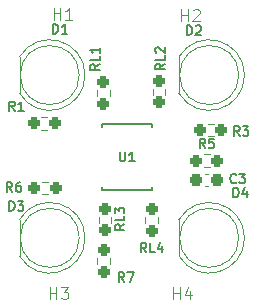
<source format=gbr>
%TF.GenerationSoftware,KiCad,Pcbnew,8.0.1*%
%TF.CreationDate,2025-01-22T19:50:13-07:00*%
%TF.ProjectId,ColorSensing,436f6c6f-7253-4656-9e73-696e672e6b69,rev?*%
%TF.SameCoordinates,Original*%
%TF.FileFunction,Legend,Top*%
%TF.FilePolarity,Positive*%
%FSLAX46Y46*%
G04 Gerber Fmt 4.6, Leading zero omitted, Abs format (unit mm)*
G04 Created by KiCad (PCBNEW 8.0.1) date 2025-01-22 19:50:13*
%MOMM*%
%LPD*%
G01*
G04 APERTURE LIST*
G04 Aperture macros list*
%AMRoundRect*
0 Rectangle with rounded corners*
0 $1 Rounding radius*
0 $2 $3 $4 $5 $6 $7 $8 $9 X,Y pos of 4 corners*
0 Add a 4 corners polygon primitive as box body*
4,1,4,$2,$3,$4,$5,$6,$7,$8,$9,$2,$3,0*
0 Add four circle primitives for the rounded corners*
1,1,$1+$1,$2,$3*
1,1,$1+$1,$4,$5*
1,1,$1+$1,$6,$7*
1,1,$1+$1,$8,$9*
0 Add four rect primitives between the rounded corners*
20,1,$1+$1,$2,$3,$4,$5,0*
20,1,$1+$1,$4,$5,$6,$7,0*
20,1,$1+$1,$6,$7,$8,$9,0*
20,1,$1+$1,$8,$9,$2,$3,0*%
G04 Aperture macros list end*
%ADD10C,0.100000*%
%ADD11C,0.150000*%
%ADD12C,0.120000*%
%ADD13C,0.152400*%
%ADD14C,2.500000*%
%ADD15RoundRect,0.237500X0.300000X0.237500X-0.300000X0.237500X-0.300000X-0.237500X0.300000X-0.237500X0*%
%ADD16RoundRect,0.237500X-0.250000X-0.237500X0.250000X-0.237500X0.250000X0.237500X-0.250000X0.237500X0*%
%ADD17R,1.460500X0.558800*%
%ADD18RoundRect,0.237500X0.237500X-0.250000X0.237500X0.250000X-0.237500X0.250000X-0.237500X-0.250000X0*%
%ADD19R,1.800000X1.800000*%
%ADD20C,1.800000*%
%ADD21RoundRect,0.237500X0.250000X0.237500X-0.250000X0.237500X-0.250000X-0.237500X0.250000X-0.237500X0*%
%ADD22R,1.700000X1.700000*%
%ADD23O,1.700000X1.700000*%
G04 APERTURE END LIST*
D10*
X130708095Y-93967419D02*
X130708095Y-92967419D01*
X130708095Y-93443609D02*
X131279523Y-93443609D01*
X131279523Y-93967419D02*
X131279523Y-92967419D01*
X132184285Y-93300752D02*
X132184285Y-93967419D01*
X131946190Y-92919800D02*
X131708095Y-93634085D01*
X131708095Y-93634085D02*
X132327142Y-93634085D01*
X120268095Y-93957419D02*
X120268095Y-92957419D01*
X120268095Y-93433609D02*
X120839523Y-93433609D01*
X120839523Y-93957419D02*
X120839523Y-92957419D01*
X121220476Y-92957419D02*
X121839523Y-92957419D01*
X121839523Y-92957419D02*
X121506190Y-93338371D01*
X121506190Y-93338371D02*
X121649047Y-93338371D01*
X121649047Y-93338371D02*
X121744285Y-93385990D01*
X121744285Y-93385990D02*
X121791904Y-93433609D01*
X121791904Y-93433609D02*
X121839523Y-93528847D01*
X121839523Y-93528847D02*
X121839523Y-93766942D01*
X121839523Y-93766942D02*
X121791904Y-93862180D01*
X121791904Y-93862180D02*
X121744285Y-93909800D01*
X121744285Y-93909800D02*
X121649047Y-93957419D01*
X121649047Y-93957419D02*
X121363333Y-93957419D01*
X121363333Y-93957419D02*
X121268095Y-93909800D01*
X121268095Y-93909800D02*
X121220476Y-93862180D01*
X131398095Y-70417419D02*
X131398095Y-69417419D01*
X131398095Y-69893609D02*
X131969523Y-69893609D01*
X131969523Y-70417419D02*
X131969523Y-69417419D01*
X132398095Y-69512657D02*
X132445714Y-69465038D01*
X132445714Y-69465038D02*
X132540952Y-69417419D01*
X132540952Y-69417419D02*
X132779047Y-69417419D01*
X132779047Y-69417419D02*
X132874285Y-69465038D01*
X132874285Y-69465038D02*
X132921904Y-69512657D01*
X132921904Y-69512657D02*
X132969523Y-69607895D01*
X132969523Y-69607895D02*
X132969523Y-69703133D01*
X132969523Y-69703133D02*
X132921904Y-69845990D01*
X132921904Y-69845990D02*
X132350476Y-70417419D01*
X132350476Y-70417419D02*
X132969523Y-70417419D01*
X120598095Y-70297419D02*
X120598095Y-69297419D01*
X120598095Y-69773609D02*
X121169523Y-69773609D01*
X121169523Y-70297419D02*
X121169523Y-69297419D01*
X122169523Y-70297419D02*
X121598095Y-70297419D01*
X121883809Y-70297419D02*
X121883809Y-69297419D01*
X121883809Y-69297419D02*
X121788571Y-69440276D01*
X121788571Y-69440276D02*
X121693333Y-69535514D01*
X121693333Y-69535514D02*
X121598095Y-69583133D01*
D11*
X136046667Y-84076104D02*
X136008571Y-84114200D01*
X136008571Y-84114200D02*
X135894286Y-84152295D01*
X135894286Y-84152295D02*
X135818095Y-84152295D01*
X135818095Y-84152295D02*
X135703809Y-84114200D01*
X135703809Y-84114200D02*
X135627619Y-84038009D01*
X135627619Y-84038009D02*
X135589524Y-83961819D01*
X135589524Y-83961819D02*
X135551428Y-83809438D01*
X135551428Y-83809438D02*
X135551428Y-83695152D01*
X135551428Y-83695152D02*
X135589524Y-83542771D01*
X135589524Y-83542771D02*
X135627619Y-83466580D01*
X135627619Y-83466580D02*
X135703809Y-83390390D01*
X135703809Y-83390390D02*
X135818095Y-83352295D01*
X135818095Y-83352295D02*
X135894286Y-83352295D01*
X135894286Y-83352295D02*
X136008571Y-83390390D01*
X136008571Y-83390390D02*
X136046667Y-83428485D01*
X136313333Y-83352295D02*
X136808571Y-83352295D01*
X136808571Y-83352295D02*
X136541905Y-83657057D01*
X136541905Y-83657057D02*
X136656190Y-83657057D01*
X136656190Y-83657057D02*
X136732381Y-83695152D01*
X136732381Y-83695152D02*
X136770476Y-83733247D01*
X136770476Y-83733247D02*
X136808571Y-83809438D01*
X136808571Y-83809438D02*
X136808571Y-83999914D01*
X136808571Y-83999914D02*
X136770476Y-84076104D01*
X136770476Y-84076104D02*
X136732381Y-84114200D01*
X136732381Y-84114200D02*
X136656190Y-84152295D01*
X136656190Y-84152295D02*
X136427619Y-84152295D01*
X136427619Y-84152295D02*
X136351428Y-84114200D01*
X136351428Y-84114200D02*
X136313333Y-84076104D01*
X133414167Y-81172295D02*
X133147500Y-80791342D01*
X132957024Y-81172295D02*
X132957024Y-80372295D01*
X132957024Y-80372295D02*
X133261786Y-80372295D01*
X133261786Y-80372295D02*
X133337976Y-80410390D01*
X133337976Y-80410390D02*
X133376071Y-80448485D01*
X133376071Y-80448485D02*
X133414167Y-80524676D01*
X133414167Y-80524676D02*
X133414167Y-80638961D01*
X133414167Y-80638961D02*
X133376071Y-80715152D01*
X133376071Y-80715152D02*
X133337976Y-80753247D01*
X133337976Y-80753247D02*
X133261786Y-80791342D01*
X133261786Y-80791342D02*
X132957024Y-80791342D01*
X134137976Y-80372295D02*
X133757024Y-80372295D01*
X133757024Y-80372295D02*
X133718928Y-80753247D01*
X133718928Y-80753247D02*
X133757024Y-80715152D01*
X133757024Y-80715152D02*
X133833214Y-80677057D01*
X133833214Y-80677057D02*
X134023690Y-80677057D01*
X134023690Y-80677057D02*
X134099881Y-80715152D01*
X134099881Y-80715152D02*
X134137976Y-80753247D01*
X134137976Y-80753247D02*
X134176071Y-80829438D01*
X134176071Y-80829438D02*
X134176071Y-81019914D01*
X134176071Y-81019914D02*
X134137976Y-81096104D01*
X134137976Y-81096104D02*
X134099881Y-81134200D01*
X134099881Y-81134200D02*
X134023690Y-81172295D01*
X134023690Y-81172295D02*
X133833214Y-81172295D01*
X133833214Y-81172295D02*
X133757024Y-81134200D01*
X133757024Y-81134200D02*
X133718928Y-81096104D01*
X117296667Y-78042295D02*
X117030000Y-77661342D01*
X116839524Y-78042295D02*
X116839524Y-77242295D01*
X116839524Y-77242295D02*
X117144286Y-77242295D01*
X117144286Y-77242295D02*
X117220476Y-77280390D01*
X117220476Y-77280390D02*
X117258571Y-77318485D01*
X117258571Y-77318485D02*
X117296667Y-77394676D01*
X117296667Y-77394676D02*
X117296667Y-77508961D01*
X117296667Y-77508961D02*
X117258571Y-77585152D01*
X117258571Y-77585152D02*
X117220476Y-77623247D01*
X117220476Y-77623247D02*
X117144286Y-77661342D01*
X117144286Y-77661342D02*
X116839524Y-77661342D01*
X118058571Y-78042295D02*
X117601428Y-78042295D01*
X117830000Y-78042295D02*
X117830000Y-77242295D01*
X117830000Y-77242295D02*
X117753809Y-77356580D01*
X117753809Y-77356580D02*
X117677619Y-77432771D01*
X117677619Y-77432771D02*
X117601428Y-77470866D01*
X126206326Y-81507295D02*
X126206326Y-82154914D01*
X126206326Y-82154914D02*
X126244421Y-82231104D01*
X126244421Y-82231104D02*
X126282516Y-82269200D01*
X126282516Y-82269200D02*
X126358707Y-82307295D01*
X126358707Y-82307295D02*
X126511088Y-82307295D01*
X126511088Y-82307295D02*
X126587278Y-82269200D01*
X126587278Y-82269200D02*
X126625373Y-82231104D01*
X126625373Y-82231104D02*
X126663469Y-82154914D01*
X126663469Y-82154914D02*
X126663469Y-81507295D01*
X127463468Y-82307295D02*
X127006325Y-82307295D01*
X127234897Y-82307295D02*
X127234897Y-81507295D01*
X127234897Y-81507295D02*
X127158706Y-81621580D01*
X127158706Y-81621580D02*
X127082516Y-81697771D01*
X127082516Y-81697771D02*
X127006325Y-81735866D01*
X136336667Y-80142295D02*
X136070000Y-79761342D01*
X135879524Y-80142295D02*
X135879524Y-79342295D01*
X135879524Y-79342295D02*
X136184286Y-79342295D01*
X136184286Y-79342295D02*
X136260476Y-79380390D01*
X136260476Y-79380390D02*
X136298571Y-79418485D01*
X136298571Y-79418485D02*
X136336667Y-79494676D01*
X136336667Y-79494676D02*
X136336667Y-79608961D01*
X136336667Y-79608961D02*
X136298571Y-79685152D01*
X136298571Y-79685152D02*
X136260476Y-79723247D01*
X136260476Y-79723247D02*
X136184286Y-79761342D01*
X136184286Y-79761342D02*
X135879524Y-79761342D01*
X136603333Y-79342295D02*
X137098571Y-79342295D01*
X137098571Y-79342295D02*
X136831905Y-79647057D01*
X136831905Y-79647057D02*
X136946190Y-79647057D01*
X136946190Y-79647057D02*
X137022381Y-79685152D01*
X137022381Y-79685152D02*
X137060476Y-79723247D01*
X137060476Y-79723247D02*
X137098571Y-79799438D01*
X137098571Y-79799438D02*
X137098571Y-79989914D01*
X137098571Y-79989914D02*
X137060476Y-80066104D01*
X137060476Y-80066104D02*
X137022381Y-80104200D01*
X137022381Y-80104200D02*
X136946190Y-80142295D01*
X136946190Y-80142295D02*
X136717619Y-80142295D01*
X136717619Y-80142295D02*
X136641428Y-80104200D01*
X136641428Y-80104200D02*
X136603333Y-80066104D01*
X129992295Y-74067142D02*
X129611342Y-74333809D01*
X129992295Y-74524285D02*
X129192295Y-74524285D01*
X129192295Y-74524285D02*
X129192295Y-74219523D01*
X129192295Y-74219523D02*
X129230390Y-74143333D01*
X129230390Y-74143333D02*
X129268485Y-74105238D01*
X129268485Y-74105238D02*
X129344676Y-74067142D01*
X129344676Y-74067142D02*
X129458961Y-74067142D01*
X129458961Y-74067142D02*
X129535152Y-74105238D01*
X129535152Y-74105238D02*
X129573247Y-74143333D01*
X129573247Y-74143333D02*
X129611342Y-74219523D01*
X129611342Y-74219523D02*
X129611342Y-74524285D01*
X129992295Y-73343333D02*
X129992295Y-73724285D01*
X129992295Y-73724285D02*
X129192295Y-73724285D01*
X129268485Y-73114762D02*
X129230390Y-73076666D01*
X129230390Y-73076666D02*
X129192295Y-73000476D01*
X129192295Y-73000476D02*
X129192295Y-72810000D01*
X129192295Y-72810000D02*
X129230390Y-72733809D01*
X129230390Y-72733809D02*
X129268485Y-72695714D01*
X129268485Y-72695714D02*
X129344676Y-72657619D01*
X129344676Y-72657619D02*
X129420866Y-72657619D01*
X129420866Y-72657619D02*
X129535152Y-72695714D01*
X129535152Y-72695714D02*
X129992295Y-73152857D01*
X129992295Y-73152857D02*
X129992295Y-72657619D01*
X124492295Y-74087142D02*
X124111342Y-74353809D01*
X124492295Y-74544285D02*
X123692295Y-74544285D01*
X123692295Y-74544285D02*
X123692295Y-74239523D01*
X123692295Y-74239523D02*
X123730390Y-74163333D01*
X123730390Y-74163333D02*
X123768485Y-74125238D01*
X123768485Y-74125238D02*
X123844676Y-74087142D01*
X123844676Y-74087142D02*
X123958961Y-74087142D01*
X123958961Y-74087142D02*
X124035152Y-74125238D01*
X124035152Y-74125238D02*
X124073247Y-74163333D01*
X124073247Y-74163333D02*
X124111342Y-74239523D01*
X124111342Y-74239523D02*
X124111342Y-74544285D01*
X124492295Y-73363333D02*
X124492295Y-73744285D01*
X124492295Y-73744285D02*
X123692295Y-73744285D01*
X124492295Y-72677619D02*
X124492295Y-73134762D01*
X124492295Y-72906190D02*
X123692295Y-72906190D01*
X123692295Y-72906190D02*
X123806580Y-72982381D01*
X123806580Y-72982381D02*
X123882771Y-73058571D01*
X123882771Y-73058571D02*
X123920866Y-73134762D01*
X126592295Y-87627142D02*
X126211342Y-87893809D01*
X126592295Y-88084285D02*
X125792295Y-88084285D01*
X125792295Y-88084285D02*
X125792295Y-87779523D01*
X125792295Y-87779523D02*
X125830390Y-87703333D01*
X125830390Y-87703333D02*
X125868485Y-87665238D01*
X125868485Y-87665238D02*
X125944676Y-87627142D01*
X125944676Y-87627142D02*
X126058961Y-87627142D01*
X126058961Y-87627142D02*
X126135152Y-87665238D01*
X126135152Y-87665238D02*
X126173247Y-87703333D01*
X126173247Y-87703333D02*
X126211342Y-87779523D01*
X126211342Y-87779523D02*
X126211342Y-88084285D01*
X126592295Y-86903333D02*
X126592295Y-87284285D01*
X126592295Y-87284285D02*
X125792295Y-87284285D01*
X125792295Y-86712857D02*
X125792295Y-86217619D01*
X125792295Y-86217619D02*
X126097057Y-86484285D01*
X126097057Y-86484285D02*
X126097057Y-86370000D01*
X126097057Y-86370000D02*
X126135152Y-86293809D01*
X126135152Y-86293809D02*
X126173247Y-86255714D01*
X126173247Y-86255714D02*
X126249438Y-86217619D01*
X126249438Y-86217619D02*
X126439914Y-86217619D01*
X126439914Y-86217619D02*
X126516104Y-86255714D01*
X126516104Y-86255714D02*
X126554200Y-86293809D01*
X126554200Y-86293809D02*
X126592295Y-86370000D01*
X126592295Y-86370000D02*
X126592295Y-86598571D01*
X126592295Y-86598571D02*
X126554200Y-86674762D01*
X126554200Y-86674762D02*
X126516104Y-86712857D01*
X135819524Y-85342295D02*
X135819524Y-84542295D01*
X135819524Y-84542295D02*
X136010000Y-84542295D01*
X136010000Y-84542295D02*
X136124286Y-84580390D01*
X136124286Y-84580390D02*
X136200476Y-84656580D01*
X136200476Y-84656580D02*
X136238571Y-84732771D01*
X136238571Y-84732771D02*
X136276667Y-84885152D01*
X136276667Y-84885152D02*
X136276667Y-84999438D01*
X136276667Y-84999438D02*
X136238571Y-85151819D01*
X136238571Y-85151819D02*
X136200476Y-85228009D01*
X136200476Y-85228009D02*
X136124286Y-85304200D01*
X136124286Y-85304200D02*
X136010000Y-85342295D01*
X136010000Y-85342295D02*
X135819524Y-85342295D01*
X136962381Y-84808961D02*
X136962381Y-85342295D01*
X136771905Y-84504200D02*
X136581428Y-85075628D01*
X136581428Y-85075628D02*
X137076667Y-85075628D01*
X117106667Y-84882295D02*
X116840000Y-84501342D01*
X116649524Y-84882295D02*
X116649524Y-84082295D01*
X116649524Y-84082295D02*
X116954286Y-84082295D01*
X116954286Y-84082295D02*
X117030476Y-84120390D01*
X117030476Y-84120390D02*
X117068571Y-84158485D01*
X117068571Y-84158485D02*
X117106667Y-84234676D01*
X117106667Y-84234676D02*
X117106667Y-84348961D01*
X117106667Y-84348961D02*
X117068571Y-84425152D01*
X117068571Y-84425152D02*
X117030476Y-84463247D01*
X117030476Y-84463247D02*
X116954286Y-84501342D01*
X116954286Y-84501342D02*
X116649524Y-84501342D01*
X117792381Y-84082295D02*
X117640000Y-84082295D01*
X117640000Y-84082295D02*
X117563809Y-84120390D01*
X117563809Y-84120390D02*
X117525714Y-84158485D01*
X117525714Y-84158485D02*
X117449524Y-84272771D01*
X117449524Y-84272771D02*
X117411428Y-84425152D01*
X117411428Y-84425152D02*
X117411428Y-84729914D01*
X117411428Y-84729914D02*
X117449524Y-84806104D01*
X117449524Y-84806104D02*
X117487619Y-84844200D01*
X117487619Y-84844200D02*
X117563809Y-84882295D01*
X117563809Y-84882295D02*
X117716190Y-84882295D01*
X117716190Y-84882295D02*
X117792381Y-84844200D01*
X117792381Y-84844200D02*
X117830476Y-84806104D01*
X117830476Y-84806104D02*
X117868571Y-84729914D01*
X117868571Y-84729914D02*
X117868571Y-84539438D01*
X117868571Y-84539438D02*
X117830476Y-84463247D01*
X117830476Y-84463247D02*
X117792381Y-84425152D01*
X117792381Y-84425152D02*
X117716190Y-84387057D01*
X117716190Y-84387057D02*
X117563809Y-84387057D01*
X117563809Y-84387057D02*
X117487619Y-84425152D01*
X117487619Y-84425152D02*
X117449524Y-84463247D01*
X117449524Y-84463247D02*
X117411428Y-84539438D01*
X120529524Y-71482295D02*
X120529524Y-70682295D01*
X120529524Y-70682295D02*
X120720000Y-70682295D01*
X120720000Y-70682295D02*
X120834286Y-70720390D01*
X120834286Y-70720390D02*
X120910476Y-70796580D01*
X120910476Y-70796580D02*
X120948571Y-70872771D01*
X120948571Y-70872771D02*
X120986667Y-71025152D01*
X120986667Y-71025152D02*
X120986667Y-71139438D01*
X120986667Y-71139438D02*
X120948571Y-71291819D01*
X120948571Y-71291819D02*
X120910476Y-71368009D01*
X120910476Y-71368009D02*
X120834286Y-71444200D01*
X120834286Y-71444200D02*
X120720000Y-71482295D01*
X120720000Y-71482295D02*
X120529524Y-71482295D01*
X121748571Y-71482295D02*
X121291428Y-71482295D01*
X121520000Y-71482295D02*
X121520000Y-70682295D01*
X121520000Y-70682295D02*
X121443809Y-70796580D01*
X121443809Y-70796580D02*
X121367619Y-70872771D01*
X121367619Y-70872771D02*
X121291428Y-70910866D01*
X116829524Y-86482295D02*
X116829524Y-85682295D01*
X116829524Y-85682295D02*
X117020000Y-85682295D01*
X117020000Y-85682295D02*
X117134286Y-85720390D01*
X117134286Y-85720390D02*
X117210476Y-85796580D01*
X117210476Y-85796580D02*
X117248571Y-85872771D01*
X117248571Y-85872771D02*
X117286667Y-86025152D01*
X117286667Y-86025152D02*
X117286667Y-86139438D01*
X117286667Y-86139438D02*
X117248571Y-86291819D01*
X117248571Y-86291819D02*
X117210476Y-86368009D01*
X117210476Y-86368009D02*
X117134286Y-86444200D01*
X117134286Y-86444200D02*
X117020000Y-86482295D01*
X117020000Y-86482295D02*
X116829524Y-86482295D01*
X117553333Y-85682295D02*
X118048571Y-85682295D01*
X118048571Y-85682295D02*
X117781905Y-85987057D01*
X117781905Y-85987057D02*
X117896190Y-85987057D01*
X117896190Y-85987057D02*
X117972381Y-86025152D01*
X117972381Y-86025152D02*
X118010476Y-86063247D01*
X118010476Y-86063247D02*
X118048571Y-86139438D01*
X118048571Y-86139438D02*
X118048571Y-86329914D01*
X118048571Y-86329914D02*
X118010476Y-86406104D01*
X118010476Y-86406104D02*
X117972381Y-86444200D01*
X117972381Y-86444200D02*
X117896190Y-86482295D01*
X117896190Y-86482295D02*
X117667619Y-86482295D01*
X117667619Y-86482295D02*
X117591428Y-86444200D01*
X117591428Y-86444200D02*
X117553333Y-86406104D01*
X126566667Y-92502295D02*
X126300000Y-92121342D01*
X126109524Y-92502295D02*
X126109524Y-91702295D01*
X126109524Y-91702295D02*
X126414286Y-91702295D01*
X126414286Y-91702295D02*
X126490476Y-91740390D01*
X126490476Y-91740390D02*
X126528571Y-91778485D01*
X126528571Y-91778485D02*
X126566667Y-91854676D01*
X126566667Y-91854676D02*
X126566667Y-91968961D01*
X126566667Y-91968961D02*
X126528571Y-92045152D01*
X126528571Y-92045152D02*
X126490476Y-92083247D01*
X126490476Y-92083247D02*
X126414286Y-92121342D01*
X126414286Y-92121342D02*
X126109524Y-92121342D01*
X126833333Y-91702295D02*
X127366667Y-91702295D01*
X127366667Y-91702295D02*
X127023809Y-92502295D01*
X128452857Y-89992295D02*
X128186190Y-89611342D01*
X127995714Y-89992295D02*
X127995714Y-89192295D01*
X127995714Y-89192295D02*
X128300476Y-89192295D01*
X128300476Y-89192295D02*
X128376666Y-89230390D01*
X128376666Y-89230390D02*
X128414761Y-89268485D01*
X128414761Y-89268485D02*
X128452857Y-89344676D01*
X128452857Y-89344676D02*
X128452857Y-89458961D01*
X128452857Y-89458961D02*
X128414761Y-89535152D01*
X128414761Y-89535152D02*
X128376666Y-89573247D01*
X128376666Y-89573247D02*
X128300476Y-89611342D01*
X128300476Y-89611342D02*
X127995714Y-89611342D01*
X129176666Y-89992295D02*
X128795714Y-89992295D01*
X128795714Y-89992295D02*
X128795714Y-89192295D01*
X129786190Y-89458961D02*
X129786190Y-89992295D01*
X129595714Y-89154200D02*
X129405237Y-89725628D01*
X129405237Y-89725628D02*
X129900476Y-89725628D01*
X131869524Y-71602295D02*
X131869524Y-70802295D01*
X131869524Y-70802295D02*
X132060000Y-70802295D01*
X132060000Y-70802295D02*
X132174286Y-70840390D01*
X132174286Y-70840390D02*
X132250476Y-70916580D01*
X132250476Y-70916580D02*
X132288571Y-70992771D01*
X132288571Y-70992771D02*
X132326667Y-71145152D01*
X132326667Y-71145152D02*
X132326667Y-71259438D01*
X132326667Y-71259438D02*
X132288571Y-71411819D01*
X132288571Y-71411819D02*
X132250476Y-71488009D01*
X132250476Y-71488009D02*
X132174286Y-71564200D01*
X132174286Y-71564200D02*
X132060000Y-71602295D01*
X132060000Y-71602295D02*
X131869524Y-71602295D01*
X132631428Y-70878485D02*
X132669524Y-70840390D01*
X132669524Y-70840390D02*
X132745714Y-70802295D01*
X132745714Y-70802295D02*
X132936190Y-70802295D01*
X132936190Y-70802295D02*
X133012381Y-70840390D01*
X133012381Y-70840390D02*
X133050476Y-70878485D01*
X133050476Y-70878485D02*
X133088571Y-70954676D01*
X133088571Y-70954676D02*
X133088571Y-71030866D01*
X133088571Y-71030866D02*
X133050476Y-71145152D01*
X133050476Y-71145152D02*
X132593333Y-71602295D01*
X132593333Y-71602295D02*
X133088571Y-71602295D01*
D12*
%TO.C,C3*%
X133703767Y-83360000D02*
X133411233Y-83360000D01*
X133703767Y-84380000D02*
X133411233Y-84380000D01*
%TO.C,R5*%
X133292776Y-81717500D02*
X133802224Y-81717500D01*
X133292776Y-82762500D02*
X133802224Y-82762500D01*
%TO.C,R1*%
X119562776Y-78567500D02*
X120072224Y-78567500D01*
X119562776Y-79612500D02*
X120072224Y-79612500D01*
D13*
%TO.C,U1*%
X124694950Y-79163700D02*
X124694950Y-79427860D01*
X124694950Y-84462140D02*
X124694950Y-84726300D01*
X124694950Y-84726300D02*
X128936750Y-84726300D01*
X128936750Y-79163700D02*
X124694950Y-79163700D01*
X128936750Y-79427860D02*
X128936750Y-79163700D01*
X128936750Y-84726300D02*
X128936750Y-84462140D01*
D12*
%TO.C,R3*%
X133642776Y-79147500D02*
X134152224Y-79147500D01*
X133642776Y-80192500D02*
X134152224Y-80192500D01*
%TO.C,RL2*%
X129007500Y-76652224D02*
X129007500Y-76142776D01*
X130052500Y-76652224D02*
X130052500Y-76142776D01*
%TO.C,RL1*%
X124287500Y-76777224D02*
X124287500Y-76267776D01*
X125332500Y-76777224D02*
X125332500Y-76267776D01*
%TO.C,RL3*%
X124407500Y-87502224D02*
X124407500Y-86992776D01*
X125452500Y-87502224D02*
X125452500Y-86992776D01*
%TO.C,D4*%
X131210000Y-87235000D02*
X131210000Y-90325000D01*
X131210001Y-87235170D02*
G75*
G02*
X136759999Y-88780462I2559999J-1544830D01*
G01*
X136760000Y-88779538D02*
G75*
G02*
X131210000Y-90324830I-2990000J-462D01*
G01*
X136270000Y-88780000D02*
G75*
G02*
X131270000Y-88780000I-2500000J0D01*
G01*
X131270000Y-88780000D02*
G75*
G02*
X136270000Y-88780000I2500000J0D01*
G01*
%TO.C,R6*%
X120102224Y-84017500D02*
X119592776Y-84017500D01*
X120102224Y-85062500D02*
X119592776Y-85062500D01*
%TO.C,D1*%
X117710000Y-73455000D02*
X117710000Y-76545000D01*
X117710001Y-73455170D02*
G75*
G02*
X123259999Y-75000462I2559999J-1544830D01*
G01*
X123260000Y-74999538D02*
G75*
G02*
X117710000Y-76544830I-2990000J-462D01*
G01*
X122770000Y-75000000D02*
G75*
G02*
X117770000Y-75000000I-2500000J0D01*
G01*
X117770000Y-75000000D02*
G75*
G02*
X122770000Y-75000000I2500000J0D01*
G01*
%TO.C,D3*%
X117710000Y-87235000D02*
X117710000Y-90325000D01*
X117710001Y-87235170D02*
G75*
G02*
X123259999Y-88780462I2559999J-1544830D01*
G01*
X123260000Y-88779538D02*
G75*
G02*
X117710000Y-90324830I-2990000J-462D01*
G01*
X122770000Y-88780000D02*
G75*
G02*
X117770000Y-88780000I-2500000J0D01*
G01*
X117770000Y-88780000D02*
G75*
G02*
X122770000Y-88780000I2500000J0D01*
G01*
%TO.C,R7*%
X124307500Y-90977224D02*
X124307500Y-90467776D01*
X125352500Y-90977224D02*
X125352500Y-90467776D01*
%TO.C,RL4*%
X128367500Y-87542224D02*
X128367500Y-87032776D01*
X129412500Y-87542224D02*
X129412500Y-87032776D01*
%TO.C,D2*%
X131210000Y-73455000D02*
X131210000Y-76545000D01*
X131210001Y-73455170D02*
G75*
G02*
X136759999Y-75000462I2559999J-1544830D01*
G01*
X136760000Y-74999538D02*
G75*
G02*
X131210000Y-76544830I-2990000J-462D01*
G01*
X136270000Y-75000000D02*
G75*
G02*
X131270000Y-75000000I-2500000J0D01*
G01*
X131270000Y-75000000D02*
G75*
G02*
X136270000Y-75000000I2500000J0D01*
G01*
%TD*%
%LPC*%
D14*
%TO.C,H4*%
X135000000Y-93640000D03*
%TD*%
%TO.C,H3*%
X118500000Y-93640000D03*
%TD*%
%TO.C,H2*%
X135000000Y-70000000D03*
%TD*%
%TO.C,H1*%
X118500000Y-70000000D03*
%TD*%
D15*
%TO.C,C3*%
X134420000Y-83870000D03*
X132695000Y-83870000D03*
%TD*%
D16*
%TO.C,R5*%
X132635000Y-82240000D03*
X134460000Y-82240000D03*
%TD*%
%TO.C,R1*%
X118905000Y-79090000D03*
X120730000Y-79090000D03*
%TD*%
D17*
%TO.C,U1*%
X124091700Y-80040000D03*
X124091700Y-81310000D03*
X124091700Y-82580000D03*
X124091700Y-83850000D03*
X129540000Y-83850000D03*
X129540000Y-82580000D03*
X129540000Y-81310000D03*
X129540000Y-80040000D03*
%TD*%
D16*
%TO.C,R3*%
X132985000Y-79670000D03*
X134810000Y-79670000D03*
%TD*%
D18*
%TO.C,RL2*%
X129530000Y-77310000D03*
X129530000Y-75485000D03*
%TD*%
%TO.C,RL1*%
X124810000Y-77435000D03*
X124810000Y-75610000D03*
%TD*%
%TO.C,RL3*%
X124930000Y-88160000D03*
X124930000Y-86335000D03*
%TD*%
D19*
%TO.C,D4*%
X132500000Y-88780000D03*
D20*
X135040000Y-88780000D03*
%TD*%
D21*
%TO.C,R6*%
X120760000Y-84540000D03*
X118935000Y-84540000D03*
%TD*%
D19*
%TO.C,D1*%
X119000000Y-75000000D03*
D20*
X121540000Y-75000000D03*
%TD*%
D19*
%TO.C,D3*%
X119000000Y-88780000D03*
D20*
X121540000Y-88780000D03*
%TD*%
D18*
%TO.C,R7*%
X124830000Y-91635000D03*
X124830000Y-89810000D03*
%TD*%
%TO.C,RL4*%
X128890000Y-88200000D03*
X128890000Y-86375000D03*
%TD*%
D19*
%TO.C,D2*%
X132500000Y-75000000D03*
D20*
X135040000Y-75000000D03*
%TD*%
D22*
%TO.C,J1*%
X125750000Y-70680000D03*
D23*
X128290000Y-70680000D03*
%TD*%
%LPD*%
M02*

</source>
